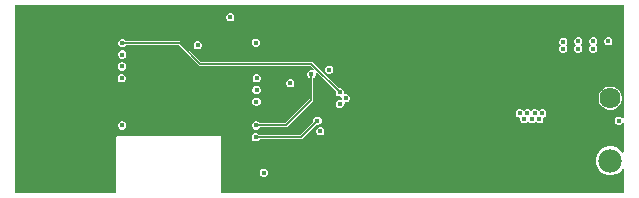
<source format=gbr>
%TF.GenerationSoftware,Altium Limited,Altium Designer,23.6.0 (18)*%
G04 Layer_Physical_Order=3*
G04 Layer_Color=8323857*
%FSLAX45Y45*%
%MOMM*%
%TF.SameCoordinates,DE65B9CC-D9CF-42CD-B8C9-10693606ABAB*%
%TF.FilePolarity,Positive*%
%TF.FileFunction,Copper,L3,Inr,Signal*%
%TF.Part,Single*%
G01*
G75*
%TA.AperFunction,Conductor*%
%ADD22C,0.12700*%
%TA.AperFunction,ComponentPad*%
%ADD24C,1.78500*%
%ADD25C,1.98000*%
%TA.AperFunction,ViaPad*%
%ADD26C,0.45000*%
G36*
X7879009Y3056393D02*
X7866309Y3053867D01*
X7865741Y3055239D01*
X7855839Y3065141D01*
X7842902Y3070500D01*
X7828898D01*
X7815961Y3065141D01*
X7806059Y3055239D01*
X7800700Y3042302D01*
Y3028298D01*
X7806059Y3015361D01*
X7815961Y3005459D01*
X7828898Y3000100D01*
X7842902D01*
X7855839Y3005459D01*
X7865741Y3015361D01*
X7866309Y3016733D01*
X7879009Y3014207D01*
Y2768440D01*
X7866742Y2765153D01*
X7862825Y2771938D01*
X7839738Y2795025D01*
X7811462Y2811350D01*
X7779925Y2819800D01*
X7747275D01*
X7715738Y2811350D01*
X7687462Y2795025D01*
X7664375Y2771938D01*
X7648050Y2743662D01*
X7639600Y2712125D01*
Y2679475D01*
X7648050Y2647938D01*
X7664375Y2619662D01*
X7687462Y2596575D01*
X7715738Y2580250D01*
X7747275Y2571800D01*
X7779925D01*
X7811462Y2580250D01*
X7839738Y2596575D01*
X7862825Y2619662D01*
X7866742Y2626447D01*
X7879009Y2623160D01*
Y2420691D01*
X4465900D01*
Y2905000D01*
X3585900D01*
X3581400Y2900500D01*
Y2420691D01*
X2725491D01*
Y4018209D01*
X7879009D01*
Y3056393D01*
D02*
G37*
%LPC*%
G36*
X4553602Y3946800D02*
X4539598D01*
X4526661Y3941441D01*
X4516759Y3931539D01*
X4511400Y3918602D01*
Y3904598D01*
X4516759Y3891661D01*
X4526661Y3881759D01*
X4539598Y3876400D01*
X4553602D01*
X4566539Y3881759D01*
X4576441Y3891661D01*
X4581800Y3904598D01*
Y3918602D01*
X4576441Y3931539D01*
X4566539Y3941441D01*
X4553602Y3946800D01*
D02*
G37*
G36*
X7754002Y3743600D02*
X7739998D01*
X7727061Y3738241D01*
X7717159Y3728339D01*
X7711800Y3715402D01*
Y3701398D01*
X7717159Y3688461D01*
X7727061Y3678559D01*
X7739998Y3673200D01*
X7754002D01*
X7766939Y3678559D01*
X7776841Y3688461D01*
X7782200Y3701398D01*
Y3715402D01*
X7776841Y3728339D01*
X7766939Y3738241D01*
X7754002Y3743600D01*
D02*
G37*
G36*
X4770202Y3730200D02*
X4756198D01*
X4743261Y3724841D01*
X4733359Y3714939D01*
X4728000Y3702002D01*
Y3687998D01*
X4733359Y3675061D01*
X4743261Y3665159D01*
X4756198Y3659800D01*
X4770202D01*
X4783139Y3665159D01*
X4793041Y3675061D01*
X4798400Y3687998D01*
Y3702002D01*
X4793041Y3714939D01*
X4783139Y3724841D01*
X4770202Y3730200D01*
D02*
G37*
G36*
X4278202Y3709500D02*
X4264198D01*
X4251261Y3704141D01*
X4241359Y3694239D01*
X4236000Y3681302D01*
Y3667298D01*
X4241359Y3654361D01*
X4251261Y3644459D01*
X4264198Y3639100D01*
X4278202D01*
X4291139Y3644459D01*
X4301041Y3654361D01*
X4306400Y3667298D01*
Y3681302D01*
X4301041Y3694239D01*
X4291139Y3704141D01*
X4278202Y3709500D01*
D02*
G37*
G36*
X7627002Y3743600D02*
X7612998D01*
X7600061Y3738241D01*
X7590159Y3728339D01*
X7584800Y3715402D01*
Y3701398D01*
X7590159Y3688461D01*
X7593673Y3684947D01*
X7598866Y3676650D01*
X7593673Y3668353D01*
X7590159Y3664839D01*
X7584800Y3651902D01*
Y3637898D01*
X7590159Y3624961D01*
X7600061Y3615059D01*
X7612998Y3609700D01*
X7627002D01*
X7639939Y3615059D01*
X7649841Y3624961D01*
X7655200Y3637898D01*
Y3651902D01*
X7649841Y3664839D01*
X7646327Y3668353D01*
X7641134Y3676650D01*
X7646327Y3684947D01*
X7649841Y3688461D01*
X7655200Y3701398D01*
Y3715402D01*
X7649841Y3728339D01*
X7639939Y3738241D01*
X7627002Y3743600D01*
D02*
G37*
G36*
X7500002D02*
X7485998D01*
X7473061Y3738241D01*
X7463159Y3728339D01*
X7457800Y3715402D01*
Y3701398D01*
X7463159Y3688461D01*
X7466673Y3684947D01*
X7471866Y3676650D01*
X7466673Y3668353D01*
X7463159Y3664839D01*
X7457800Y3651902D01*
Y3637898D01*
X7463159Y3624961D01*
X7473061Y3615059D01*
X7485998Y3609700D01*
X7500002D01*
X7512939Y3615059D01*
X7522841Y3624961D01*
X7528200Y3637898D01*
Y3651902D01*
X7522841Y3664839D01*
X7519327Y3668353D01*
X7514134Y3676650D01*
X7519327Y3684947D01*
X7522841Y3688461D01*
X7528200Y3701398D01*
Y3715402D01*
X7522841Y3728339D01*
X7512939Y3738241D01*
X7500002Y3743600D01*
D02*
G37*
G36*
X7373002Y3737800D02*
X7358998D01*
X7346061Y3732441D01*
X7336159Y3722539D01*
X7330800Y3709602D01*
Y3695598D01*
X7336159Y3682661D01*
X7345070Y3673750D01*
X7336159Y3664839D01*
X7330800Y3651902D01*
Y3637898D01*
X7336159Y3624961D01*
X7346061Y3615059D01*
X7358998Y3609700D01*
X7373002D01*
X7385939Y3615059D01*
X7395841Y3624961D01*
X7401200Y3637898D01*
Y3651902D01*
X7395841Y3664839D01*
X7386930Y3673750D01*
X7395841Y3682661D01*
X7401200Y3695598D01*
Y3709602D01*
X7395841Y3722539D01*
X7385939Y3732441D01*
X7373002Y3737800D01*
D02*
G37*
G36*
X3638302Y3630200D02*
X3624298D01*
X3611361Y3624841D01*
X3601459Y3614939D01*
X3596100Y3602002D01*
Y3587998D01*
X3601459Y3575061D01*
X3611361Y3565159D01*
X3624298Y3559800D01*
X3638302D01*
X3651239Y3565159D01*
X3661141Y3575061D01*
X3666500Y3587998D01*
Y3602002D01*
X3661141Y3614939D01*
X3651239Y3624841D01*
X3638302Y3630200D01*
D02*
G37*
G36*
X3638906Y3727902D02*
X3624902D01*
X3611965Y3722543D01*
X3602063Y3712641D01*
X3596704Y3699704D01*
Y3685700D01*
X3602063Y3672763D01*
X3611965Y3662861D01*
X3624902Y3657502D01*
X3638906D01*
X3651843Y3662861D01*
X3661745Y3672763D01*
X3663171Y3676206D01*
X4110966D01*
X4280936Y3506236D01*
X4292600Y3501404D01*
X5223967D01*
X5254299Y3471073D01*
X5247105Y3460306D01*
X5240602Y3463000D01*
X5226598D01*
X5213661Y3457641D01*
X5203759Y3447739D01*
X5198400Y3434802D01*
Y3420798D01*
X5203759Y3407861D01*
X5213661Y3397959D01*
X5217104Y3396533D01*
Y3221133D01*
X5007468Y3011496D01*
X4795967D01*
X4794541Y3014939D01*
X4784639Y3024841D01*
X4771702Y3030200D01*
X4757698D01*
X4744761Y3024841D01*
X4734859Y3014939D01*
X4729500Y3002002D01*
Y2987998D01*
X4734859Y2975061D01*
X4744761Y2965159D01*
X4757698Y2959800D01*
X4771702D01*
X4784639Y2965159D01*
X4794541Y2975061D01*
X4795967Y2978504D01*
X5014300D01*
X5025964Y2983336D01*
X5245264Y3202636D01*
X5250096Y3214300D01*
Y3396533D01*
X5253539Y3397959D01*
X5263441Y3407861D01*
X5268800Y3420798D01*
Y3434802D01*
X5266106Y3441305D01*
X5276873Y3448499D01*
X5439126Y3286245D01*
X5437700Y3282802D01*
Y3268798D01*
X5443059Y3255861D01*
X5452961Y3245959D01*
X5465898Y3240600D01*
X5478784D01*
X5482603Y3237768D01*
X5489300Y3230747D01*
Y3220853D01*
X5482603Y3213832D01*
X5478784Y3211000D01*
X5465898D01*
X5452961Y3205641D01*
X5443059Y3195739D01*
X5437700Y3182802D01*
Y3168798D01*
X5443059Y3155861D01*
X5452961Y3145959D01*
X5465898Y3140600D01*
X5479902D01*
X5492839Y3145959D01*
X5502741Y3155861D01*
X5508100Y3168798D01*
Y3180747D01*
X5514797Y3187768D01*
X5518616Y3190600D01*
X5531502D01*
X5544439Y3195959D01*
X5554341Y3205861D01*
X5559700Y3218798D01*
Y3232802D01*
X5554341Y3245739D01*
X5544439Y3255641D01*
X5531502Y3261000D01*
X5518616D01*
X5514797Y3263832D01*
X5508100Y3270853D01*
Y3282802D01*
X5502741Y3295739D01*
X5492839Y3305641D01*
X5479902Y3311000D01*
X5465898D01*
X5462455Y3309574D01*
X5242464Y3529564D01*
X5230800Y3534396D01*
X4299433D01*
X4129462Y3704366D01*
X4117798Y3709198D01*
X3663171D01*
X3661745Y3712641D01*
X3651843Y3722543D01*
X3638906Y3727902D01*
D02*
G37*
G36*
X3636702Y3530200D02*
X3622698D01*
X3609761Y3524841D01*
X3599859Y3514939D01*
X3594500Y3502002D01*
Y3487998D01*
X3599859Y3475061D01*
X3609761Y3465159D01*
X3622698Y3459800D01*
X3636702D01*
X3649639Y3465159D01*
X3659541Y3475061D01*
X3664900Y3487998D01*
Y3502002D01*
X3659541Y3514939D01*
X3649639Y3524841D01*
X3636702Y3530200D01*
D02*
G37*
G36*
X5391802Y3502300D02*
X5377798D01*
X5364861Y3496941D01*
X5354959Y3487039D01*
X5349600Y3474102D01*
Y3460098D01*
X5354959Y3447161D01*
X5364861Y3437259D01*
X5377798Y3431900D01*
X5391802D01*
X5404739Y3437259D01*
X5414641Y3447161D01*
X5420000Y3460098D01*
Y3474102D01*
X5414641Y3487039D01*
X5404739Y3496941D01*
X5391802Y3502300D01*
D02*
G37*
G36*
X4778102Y3430200D02*
X4764098D01*
X4751161Y3424841D01*
X4741259Y3414939D01*
X4735900Y3402002D01*
Y3387998D01*
X4741259Y3375061D01*
X4751161Y3365159D01*
X4764098Y3359800D01*
X4778102D01*
X4791039Y3365159D01*
X4800941Y3375061D01*
X4806300Y3387998D01*
Y3402002D01*
X4800941Y3414939D01*
X4791039Y3424841D01*
X4778102Y3430200D01*
D02*
G37*
G36*
X3635102D02*
X3621098D01*
X3608161Y3424841D01*
X3598259Y3414939D01*
X3592900Y3402002D01*
Y3387998D01*
X3598259Y3375061D01*
X3608161Y3365159D01*
X3621098Y3359800D01*
X3635102D01*
X3648039Y3365159D01*
X3657941Y3375061D01*
X3663300Y3387998D01*
Y3402002D01*
X3657941Y3414939D01*
X3648039Y3424841D01*
X3635102Y3430200D01*
D02*
G37*
G36*
X5061602Y3388000D02*
X5047598D01*
X5034661Y3382641D01*
X5024759Y3372739D01*
X5019400Y3359802D01*
Y3345798D01*
X5024759Y3332861D01*
X5034661Y3322959D01*
X5047598Y3317600D01*
X5061602D01*
X5074539Y3322959D01*
X5084441Y3332861D01*
X5089800Y3345798D01*
Y3359802D01*
X5084441Y3372739D01*
X5074539Y3382641D01*
X5061602Y3388000D01*
D02*
G37*
G36*
X4776502Y3330200D02*
X4762498D01*
X4749561Y3324841D01*
X4739659Y3314939D01*
X4734300Y3302002D01*
Y3287998D01*
X4739659Y3275061D01*
X4749561Y3265159D01*
X4762498Y3259800D01*
X4776502D01*
X4789439Y3265159D01*
X4799341Y3275061D01*
X4804700Y3287998D01*
Y3302002D01*
X4799341Y3314939D01*
X4789439Y3324841D01*
X4776502Y3330200D01*
D02*
G37*
G36*
X4774902Y3230200D02*
X4760898D01*
X4747961Y3224841D01*
X4738059Y3214939D01*
X4732700Y3202002D01*
Y3187998D01*
X4738059Y3175061D01*
X4747961Y3165159D01*
X4760898Y3159800D01*
X4774902D01*
X4787839Y3165159D01*
X4797741Y3175061D01*
X4803100Y3187998D01*
Y3202002D01*
X4797741Y3214939D01*
X4787839Y3224841D01*
X4774902Y3230200D01*
D02*
G37*
G36*
X7776520Y3323940D02*
X7750679D01*
X7725719Y3317252D01*
X7703340Y3304331D01*
X7685068Y3286059D01*
X7672148Y3263681D01*
X7665460Y3238720D01*
Y3212880D01*
X7672148Y3187919D01*
X7685068Y3165541D01*
X7703340Y3147269D01*
X7725719Y3134348D01*
X7750679Y3127660D01*
X7776520D01*
X7801480Y3134348D01*
X7823859Y3147269D01*
X7842131Y3165541D01*
X7855052Y3187919D01*
X7861740Y3212880D01*
Y3238720D01*
X7855052Y3263681D01*
X7842131Y3286059D01*
X7823859Y3304331D01*
X7801480Y3317252D01*
X7776520Y3323940D01*
D02*
G37*
G36*
X7195202Y3134000D02*
X7181198D01*
X7168261Y3128641D01*
X7164747Y3125127D01*
X7156450Y3119934D01*
X7148153Y3125127D01*
X7144639Y3128641D01*
X7131702Y3134000D01*
X7117698D01*
X7104761Y3128641D01*
X7101247Y3125127D01*
X7092950Y3119934D01*
X7084653Y3125127D01*
X7081139Y3128641D01*
X7068202Y3134000D01*
X7054198D01*
X7041261Y3128641D01*
X7037747Y3125127D01*
X7029450Y3119934D01*
X7021153Y3125127D01*
X7017639Y3128641D01*
X7004702Y3134000D01*
X6990698D01*
X6977761Y3128641D01*
X6967859Y3118739D01*
X6962500Y3105802D01*
Y3091798D01*
X6967859Y3078861D01*
X6977761Y3068959D01*
X6990457Y3063700D01*
X6996793Y3060699D01*
X7000600Y3055002D01*
Y3040998D01*
X7005959Y3028061D01*
X7015861Y3018159D01*
X7028798Y3012800D01*
X7042802D01*
X7055739Y3018159D01*
X7060335Y3022755D01*
X7067635Y3027124D01*
X7076928Y3022755D01*
X7080617Y3019066D01*
X7093555Y3013707D01*
X7107558D01*
X7120495Y3019066D01*
X7122928Y3021499D01*
X7132151Y3027532D01*
X7139521Y3021499D01*
X7142861Y3018159D01*
X7155798Y3012800D01*
X7169802D01*
X7182739Y3018159D01*
X7192641Y3028061D01*
X7198000Y3040998D01*
Y3055002D01*
X7206283Y3068190D01*
X7208139Y3068959D01*
X7218041Y3078861D01*
X7223400Y3091798D01*
Y3105802D01*
X7218041Y3118739D01*
X7208139Y3128641D01*
X7195202Y3134000D01*
D02*
G37*
G36*
X5290602Y3070100D02*
X5276598D01*
X5263661Y3064741D01*
X5253759Y3054839D01*
X5248400Y3041902D01*
Y3027898D01*
X5249826Y3024455D01*
X5137468Y2912096D01*
X4793767D01*
X4792341Y2915539D01*
X4782439Y2925441D01*
X4769502Y2930800D01*
X4755498D01*
X4742561Y2925441D01*
X4732659Y2915539D01*
X4727300Y2902602D01*
Y2888598D01*
X4732659Y2875661D01*
X4742561Y2865759D01*
X4755498Y2860400D01*
X4769502D01*
X4782439Y2865759D01*
X4792341Y2875661D01*
X4793767Y2879104D01*
X5144300D01*
X5155964Y2883936D01*
X5273155Y3001126D01*
X5276598Y2999700D01*
X5290602D01*
X5303539Y3005059D01*
X5313441Y3014961D01*
X5318800Y3027898D01*
Y3041902D01*
X5313441Y3054839D01*
X5303539Y3064741D01*
X5290602Y3070100D01*
D02*
G37*
G36*
X3637002Y3030200D02*
X3622998D01*
X3610061Y3024841D01*
X3600159Y3014939D01*
X3594800Y3002002D01*
Y2987998D01*
X3600159Y2975061D01*
X3610061Y2965159D01*
X3622998Y2959800D01*
X3637002D01*
X3649939Y2965159D01*
X3659841Y2975061D01*
X3665200Y2987998D01*
Y3002002D01*
X3659841Y3014939D01*
X3649939Y3024841D01*
X3637002Y3030200D01*
D02*
G37*
G36*
X5315602Y2981600D02*
X5301598D01*
X5288661Y2976241D01*
X5278759Y2966339D01*
X5273400Y2953402D01*
Y2939398D01*
X5278759Y2926461D01*
X5288661Y2916559D01*
X5301598Y2911200D01*
X5315602D01*
X5328539Y2916559D01*
X5338441Y2926461D01*
X5343800Y2939398D01*
Y2953402D01*
X5338441Y2966339D01*
X5328539Y2976241D01*
X5315602Y2981600D01*
D02*
G37*
G36*
X4837202Y2630200D02*
X4823198D01*
X4810261Y2624841D01*
X4800359Y2614939D01*
X4795000Y2602002D01*
Y2587998D01*
X4800359Y2575061D01*
X4810261Y2565159D01*
X4823198Y2559800D01*
X4837202D01*
X4850139Y2565159D01*
X4860041Y2575061D01*
X4865400Y2587998D01*
Y2602002D01*
X4860041Y2614939D01*
X4850139Y2624841D01*
X4837202Y2630200D01*
D02*
G37*
%LPD*%
D22*
X5144300Y2895600D02*
X5283600Y3034900D01*
X5230800Y3517900D02*
X5472900Y3275800D01*
X4292600Y3517900D02*
X5230800D01*
X4762500Y2895600D02*
X5144300D01*
X4764700Y2995000D02*
X5014300D01*
X5233600Y3214300D01*
Y3427800D01*
X4117798Y3692702D02*
X4292600Y3517900D01*
X3631904Y3692702D02*
X4117798D01*
D24*
X7763600Y3225800D02*
D03*
X2853600D02*
D03*
D25*
X7763600Y2695800D02*
D03*
D26*
X7778750Y2857500D02*
D03*
X7620000Y2540000D02*
D03*
X7302500D02*
D03*
X6985000Y3810000D02*
D03*
Y2540000D02*
D03*
X6667500Y3810000D02*
D03*
Y3175000D02*
D03*
X6826250Y2857500D02*
D03*
X6667500Y2540000D02*
D03*
X6350000Y3810000D02*
D03*
Y3175000D02*
D03*
X6508750Y2857500D02*
D03*
X6350000Y2540000D02*
D03*
X6032500Y3810000D02*
D03*
Y3175000D02*
D03*
X6191250Y2857500D02*
D03*
X6032500Y2540000D02*
D03*
X5715000Y3810000D02*
D03*
Y3175000D02*
D03*
X5873750Y2857500D02*
D03*
X5715000Y2540000D02*
D03*
X5397500Y3810000D02*
D03*
X5556250Y2857500D02*
D03*
X5397500Y2540000D02*
D03*
X5080000Y3810000D02*
D03*
Y2540000D02*
D03*
X4762500Y3810000D02*
D03*
Y2540000D02*
D03*
X4127500Y3175000D02*
D03*
X3810000D02*
D03*
X3175000Y2540000D02*
D03*
X2857500Y3810000D02*
D03*
X3016250Y3492500D02*
D03*
X2857500Y2540000D02*
D03*
X7162800Y3048000D02*
D03*
X7100556Y3048907D02*
D03*
X7035800Y3048000D02*
D03*
X7188200Y3098800D02*
D03*
X7124700D02*
D03*
X7061200D02*
D03*
X6997700D02*
D03*
X4546600Y3911600D02*
D03*
X5054600Y3352800D02*
D03*
X5308600Y2946400D02*
D03*
X5283600Y3034900D02*
D03*
X7835900Y3035300D02*
D03*
X4830200Y2595000D02*
D03*
X7620000Y3644900D02*
D03*
Y3708400D02*
D03*
X3630000Y2995000D02*
D03*
X5384800Y3467100D02*
D03*
X7366000Y3644900D02*
D03*
X5472900Y3275800D02*
D03*
Y3175800D02*
D03*
X4762500Y2895600D02*
D03*
X4767900Y3195000D02*
D03*
X4763200Y3695000D02*
D03*
X4271200Y3674300D02*
D03*
X7747000Y3708400D02*
D03*
X7493000D02*
D03*
Y3644900D02*
D03*
X7366000Y3702600D02*
D03*
X4764700Y2995000D02*
D03*
X4771100Y3395000D02*
D03*
X4769500Y3295000D02*
D03*
X5233600Y3427800D02*
D03*
X5524500Y3225800D02*
D03*
X3631904Y3692702D02*
D03*
X3628100Y3395000D02*
D03*
X3629700Y3495000D02*
D03*
X3631300Y3595000D02*
D03*
%TF.MD5,e8bbae65040a7070dad3ce3eadda8f90*%
M02*

</source>
